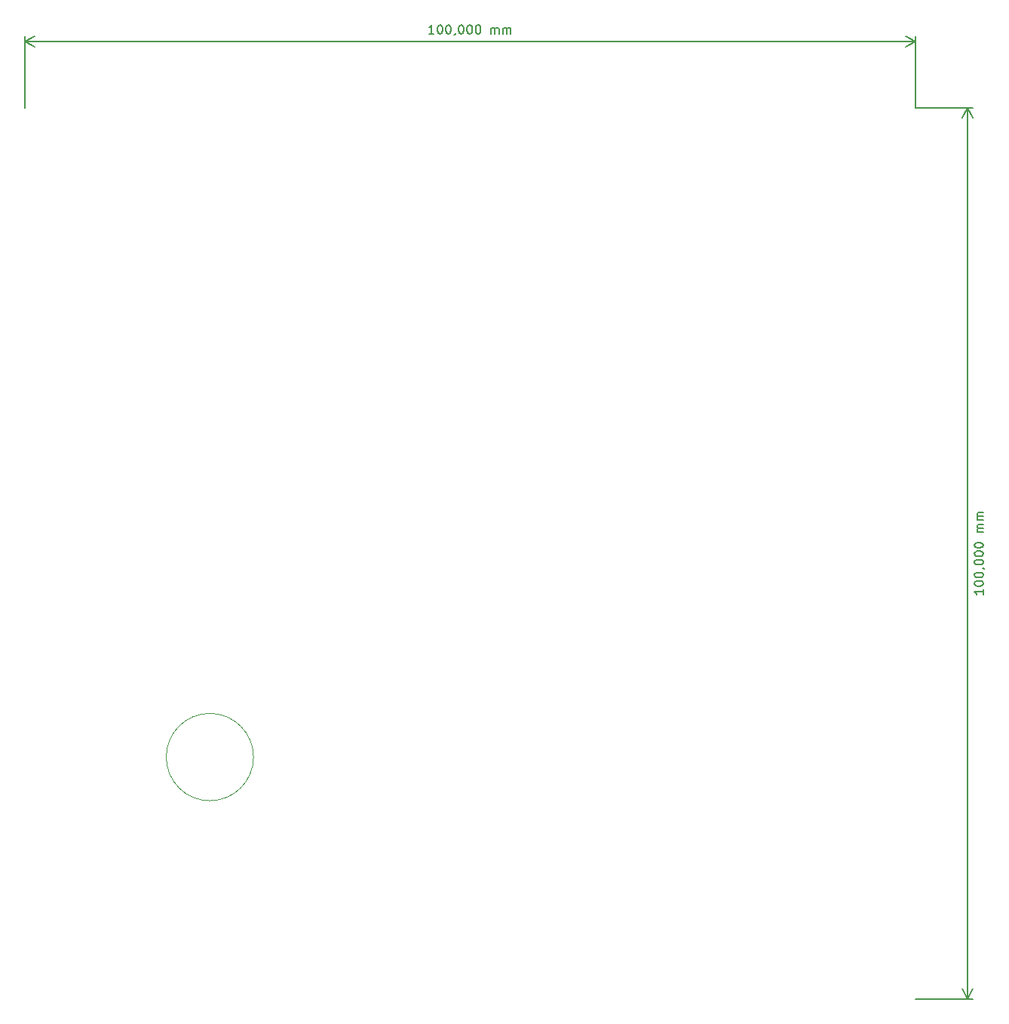
<source format=gbr>
%TF.GenerationSoftware,KiCad,Pcbnew,(5.1.6)-1*%
%TF.CreationDate,2020-06-29T23:41:49+02:00*%
%TF.ProjectId,EnergyMonitor,456e6572-6779-44d6-9f6e-69746f722e6b,1.0*%
%TF.SameCoordinates,Original*%
%TF.FileFunction,OtherDrawing,Comment*%
%FSLAX46Y46*%
G04 Gerber Fmt 4.6, Leading zero omitted, Abs format (unit mm)*
G04 Created by KiCad (PCBNEW (5.1.6)-1) date 2020-06-29 23:41:49*
%MOMM*%
%LPD*%
G01*
G04 APERTURE LIST*
%ADD10C,0.150000*%
%ADD11C,0.120000*%
G04 APERTURE END LIST*
D10*
X96752380Y-60912380D02*
X96180952Y-60912380D01*
X96466666Y-60912380D02*
X96466666Y-59912380D01*
X96371428Y-60055238D01*
X96276190Y-60150476D01*
X96180952Y-60198095D01*
X97371428Y-59912380D02*
X97466666Y-59912380D01*
X97561904Y-59960000D01*
X97609523Y-60007619D01*
X97657142Y-60102857D01*
X97704761Y-60293333D01*
X97704761Y-60531428D01*
X97657142Y-60721904D01*
X97609523Y-60817142D01*
X97561904Y-60864761D01*
X97466666Y-60912380D01*
X97371428Y-60912380D01*
X97276190Y-60864761D01*
X97228571Y-60817142D01*
X97180952Y-60721904D01*
X97133333Y-60531428D01*
X97133333Y-60293333D01*
X97180952Y-60102857D01*
X97228571Y-60007619D01*
X97276190Y-59960000D01*
X97371428Y-59912380D01*
X98323809Y-59912380D02*
X98419047Y-59912380D01*
X98514285Y-59960000D01*
X98561904Y-60007619D01*
X98609523Y-60102857D01*
X98657142Y-60293333D01*
X98657142Y-60531428D01*
X98609523Y-60721904D01*
X98561904Y-60817142D01*
X98514285Y-60864761D01*
X98419047Y-60912380D01*
X98323809Y-60912380D01*
X98228571Y-60864761D01*
X98180952Y-60817142D01*
X98133333Y-60721904D01*
X98085714Y-60531428D01*
X98085714Y-60293333D01*
X98133333Y-60102857D01*
X98180952Y-60007619D01*
X98228571Y-59960000D01*
X98323809Y-59912380D01*
X99133333Y-60864761D02*
X99133333Y-60912380D01*
X99085714Y-61007619D01*
X99038095Y-61055238D01*
X99752380Y-59912380D02*
X99847619Y-59912380D01*
X99942857Y-59960000D01*
X99990476Y-60007619D01*
X100038095Y-60102857D01*
X100085714Y-60293333D01*
X100085714Y-60531428D01*
X100038095Y-60721904D01*
X99990476Y-60817142D01*
X99942857Y-60864761D01*
X99847619Y-60912380D01*
X99752380Y-60912380D01*
X99657142Y-60864761D01*
X99609523Y-60817142D01*
X99561904Y-60721904D01*
X99514285Y-60531428D01*
X99514285Y-60293333D01*
X99561904Y-60102857D01*
X99609523Y-60007619D01*
X99657142Y-59960000D01*
X99752380Y-59912380D01*
X100704761Y-59912380D02*
X100800000Y-59912380D01*
X100895238Y-59960000D01*
X100942857Y-60007619D01*
X100990476Y-60102857D01*
X101038095Y-60293333D01*
X101038095Y-60531428D01*
X100990476Y-60721904D01*
X100942857Y-60817142D01*
X100895238Y-60864761D01*
X100800000Y-60912380D01*
X100704761Y-60912380D01*
X100609523Y-60864761D01*
X100561904Y-60817142D01*
X100514285Y-60721904D01*
X100466666Y-60531428D01*
X100466666Y-60293333D01*
X100514285Y-60102857D01*
X100561904Y-60007619D01*
X100609523Y-59960000D01*
X100704761Y-59912380D01*
X101657142Y-59912380D02*
X101752380Y-59912380D01*
X101847619Y-59960000D01*
X101895238Y-60007619D01*
X101942857Y-60102857D01*
X101990476Y-60293333D01*
X101990476Y-60531428D01*
X101942857Y-60721904D01*
X101895238Y-60817142D01*
X101847619Y-60864761D01*
X101752380Y-60912380D01*
X101657142Y-60912380D01*
X101561904Y-60864761D01*
X101514285Y-60817142D01*
X101466666Y-60721904D01*
X101419047Y-60531428D01*
X101419047Y-60293333D01*
X101466666Y-60102857D01*
X101514285Y-60007619D01*
X101561904Y-59960000D01*
X101657142Y-59912380D01*
X103180952Y-60912380D02*
X103180952Y-60245714D01*
X103180952Y-60340952D02*
X103228571Y-60293333D01*
X103323809Y-60245714D01*
X103466666Y-60245714D01*
X103561904Y-60293333D01*
X103609523Y-60388571D01*
X103609523Y-60912380D01*
X103609523Y-60388571D02*
X103657142Y-60293333D01*
X103752380Y-60245714D01*
X103895238Y-60245714D01*
X103990476Y-60293333D01*
X104038095Y-60388571D01*
X104038095Y-60912380D01*
X104514285Y-60912380D02*
X104514285Y-60245714D01*
X104514285Y-60340952D02*
X104561904Y-60293333D01*
X104657142Y-60245714D01*
X104800000Y-60245714D01*
X104895238Y-60293333D01*
X104942857Y-60388571D01*
X104942857Y-60912380D01*
X104942857Y-60388571D02*
X104990476Y-60293333D01*
X105085714Y-60245714D01*
X105228571Y-60245714D01*
X105323809Y-60293333D01*
X105371428Y-60388571D01*
X105371428Y-60912380D01*
X50800000Y-61760000D02*
X150800000Y-61760000D01*
X50800000Y-69200000D02*
X50800000Y-61173579D01*
X150800000Y-69200000D02*
X150800000Y-61173579D01*
X150800000Y-61760000D02*
X149673496Y-62346421D01*
X150800000Y-61760000D02*
X149673496Y-61173579D01*
X50800000Y-61760000D02*
X51926504Y-62346421D01*
X50800000Y-61760000D02*
X51926504Y-61173579D01*
X158412380Y-123247619D02*
X158412380Y-123819047D01*
X158412380Y-123533333D02*
X157412380Y-123533333D01*
X157555238Y-123628571D01*
X157650476Y-123723809D01*
X157698095Y-123819047D01*
X157412380Y-122628571D02*
X157412380Y-122533333D01*
X157460000Y-122438095D01*
X157507619Y-122390476D01*
X157602857Y-122342857D01*
X157793333Y-122295238D01*
X158031428Y-122295238D01*
X158221904Y-122342857D01*
X158317142Y-122390476D01*
X158364761Y-122438095D01*
X158412380Y-122533333D01*
X158412380Y-122628571D01*
X158364761Y-122723809D01*
X158317142Y-122771428D01*
X158221904Y-122819047D01*
X158031428Y-122866666D01*
X157793333Y-122866666D01*
X157602857Y-122819047D01*
X157507619Y-122771428D01*
X157460000Y-122723809D01*
X157412380Y-122628571D01*
X157412380Y-121676190D02*
X157412380Y-121580952D01*
X157460000Y-121485714D01*
X157507619Y-121438095D01*
X157602857Y-121390476D01*
X157793333Y-121342857D01*
X158031428Y-121342857D01*
X158221904Y-121390476D01*
X158317142Y-121438095D01*
X158364761Y-121485714D01*
X158412380Y-121580952D01*
X158412380Y-121676190D01*
X158364761Y-121771428D01*
X158317142Y-121819047D01*
X158221904Y-121866666D01*
X158031428Y-121914285D01*
X157793333Y-121914285D01*
X157602857Y-121866666D01*
X157507619Y-121819047D01*
X157460000Y-121771428D01*
X157412380Y-121676190D01*
X158364761Y-120866666D02*
X158412380Y-120866666D01*
X158507619Y-120914285D01*
X158555238Y-120961904D01*
X157412380Y-120247619D02*
X157412380Y-120152380D01*
X157460000Y-120057142D01*
X157507619Y-120009523D01*
X157602857Y-119961904D01*
X157793333Y-119914285D01*
X158031428Y-119914285D01*
X158221904Y-119961904D01*
X158317142Y-120009523D01*
X158364761Y-120057142D01*
X158412380Y-120152380D01*
X158412380Y-120247619D01*
X158364761Y-120342857D01*
X158317142Y-120390476D01*
X158221904Y-120438095D01*
X158031428Y-120485714D01*
X157793333Y-120485714D01*
X157602857Y-120438095D01*
X157507619Y-120390476D01*
X157460000Y-120342857D01*
X157412380Y-120247619D01*
X157412380Y-119295238D02*
X157412380Y-119200000D01*
X157460000Y-119104761D01*
X157507619Y-119057142D01*
X157602857Y-119009523D01*
X157793333Y-118961904D01*
X158031428Y-118961904D01*
X158221904Y-119009523D01*
X158317142Y-119057142D01*
X158364761Y-119104761D01*
X158412380Y-119200000D01*
X158412380Y-119295238D01*
X158364761Y-119390476D01*
X158317142Y-119438095D01*
X158221904Y-119485714D01*
X158031428Y-119533333D01*
X157793333Y-119533333D01*
X157602857Y-119485714D01*
X157507619Y-119438095D01*
X157460000Y-119390476D01*
X157412380Y-119295238D01*
X157412380Y-118342857D02*
X157412380Y-118247619D01*
X157460000Y-118152380D01*
X157507619Y-118104761D01*
X157602857Y-118057142D01*
X157793333Y-118009523D01*
X158031428Y-118009523D01*
X158221904Y-118057142D01*
X158317142Y-118104761D01*
X158364761Y-118152380D01*
X158412380Y-118247619D01*
X158412380Y-118342857D01*
X158364761Y-118438095D01*
X158317142Y-118485714D01*
X158221904Y-118533333D01*
X158031428Y-118580952D01*
X157793333Y-118580952D01*
X157602857Y-118533333D01*
X157507619Y-118485714D01*
X157460000Y-118438095D01*
X157412380Y-118342857D01*
X158412380Y-116819047D02*
X157745714Y-116819047D01*
X157840952Y-116819047D02*
X157793333Y-116771428D01*
X157745714Y-116676190D01*
X157745714Y-116533333D01*
X157793333Y-116438095D01*
X157888571Y-116390476D01*
X158412380Y-116390476D01*
X157888571Y-116390476D02*
X157793333Y-116342857D01*
X157745714Y-116247619D01*
X157745714Y-116104761D01*
X157793333Y-116009523D01*
X157888571Y-115961904D01*
X158412380Y-115961904D01*
X158412380Y-115485714D02*
X157745714Y-115485714D01*
X157840952Y-115485714D02*
X157793333Y-115438095D01*
X157745714Y-115342857D01*
X157745714Y-115200000D01*
X157793333Y-115104761D01*
X157888571Y-115057142D01*
X158412380Y-115057142D01*
X157888571Y-115057142D02*
X157793333Y-115009523D01*
X157745714Y-114914285D01*
X157745714Y-114771428D01*
X157793333Y-114676190D01*
X157888571Y-114628571D01*
X158412380Y-114628571D01*
X156660000Y-169200000D02*
X156660000Y-69200000D01*
X150800000Y-169200000D02*
X157246421Y-169200000D01*
X150800000Y-69200000D02*
X157246421Y-69200000D01*
X156660000Y-69200000D02*
X157246421Y-70326504D01*
X156660000Y-69200000D02*
X156073579Y-70326504D01*
X156660000Y-169200000D02*
X157246421Y-168073496D01*
X156660000Y-169200000D02*
X156073579Y-168073496D01*
D11*
%TO.C,L1*%
X76490000Y-142060000D02*
G75*
G03*
X76490000Y-142060000I-4900000J0D01*
G01*
%TD*%
M02*

</source>
